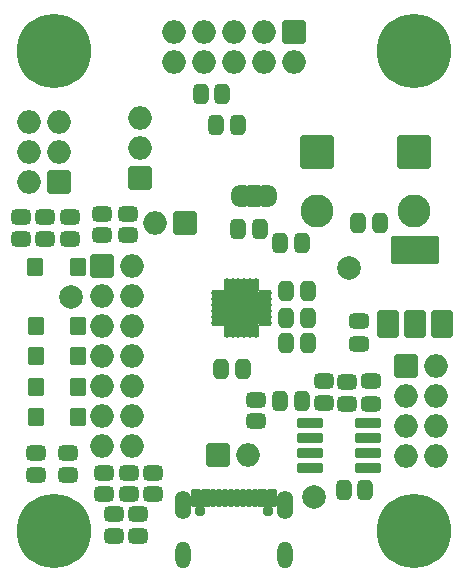
<source format=gbr>
%TF.GenerationSoftware,KiCad,Pcbnew,7.0.7-7.0.7~ubuntu23.04.1*%
%TF.CreationDate,2023-10-13T11:28:34+00:00*%
%TF.ProjectId,USBPDSINK01,55534250-4453-4494-9e4b-30312e6b6963,rev?*%
%TF.SameCoordinates,Original*%
%TF.FileFunction,Soldermask,Bot*%
%TF.FilePolarity,Negative*%
%FSLAX46Y46*%
G04 Gerber Fmt 4.6, Leading zero omitted, Abs format (unit mm)*
G04 Created by KiCad (PCBNEW 7.0.7-7.0.7~ubuntu23.04.1) date 2023-10-13 11:28:34*
%MOMM*%
%LPD*%
G01*
G04 APERTURE LIST*
G04 Aperture macros list*
%AMRoundRect*
0 Rectangle with rounded corners*
0 $1 Rounding radius*
0 $2 $3 $4 $5 $6 $7 $8 $9 X,Y pos of 4 corners*
0 Add a 4 corners polygon primitive as box body*
4,1,4,$2,$3,$4,$5,$6,$7,$8,$9,$2,$3,0*
0 Add four circle primitives for the rounded corners*
1,1,$1+$1,$2,$3*
1,1,$1+$1,$4,$5*
1,1,$1+$1,$6,$7*
1,1,$1+$1,$8,$9*
0 Add four rect primitives between the rounded corners*
20,1,$1+$1,$2,$3,$4,$5,0*
20,1,$1+$1,$4,$5,$6,$7,0*
20,1,$1+$1,$6,$7,$8,$9,0*
20,1,$1+$1,$8,$9,$2,$3,0*%
%AMFreePoly0*
4,1,37,0.625000,0.879904,0.679904,0.825000,0.700000,0.750000,0.700000,-0.750000,0.679904,-0.825000,0.625000,-0.879904,0.550000,-0.900000,0.000000,-0.900000,-0.018993,-0.894911,-0.071157,-0.894911,-0.113417,-0.888835,-0.249968,-0.848740,-0.288804,-0.831004,-0.408526,-0.754063,-0.440792,-0.726104,-0.533989,-0.618549,-0.557072,-0.582632,-0.616191,-0.453178,-0.628219,-0.412214,-0.648473,-0.271348,
-0.650000,-0.250000,-0.650000,0.250000,-0.648473,0.271348,-0.628219,0.412214,-0.616191,0.453178,-0.557072,0.582632,-0.533989,0.618549,-0.440792,0.726104,-0.408526,0.754063,-0.288804,0.831004,-0.249968,0.848740,-0.113417,0.888835,-0.071157,0.894911,-0.018993,0.894911,0.000000,0.900000,0.550000,0.900000,0.625000,0.879904,0.625000,0.879904,$1*%
%AMFreePoly1*
4,1,37,0.018993,0.894911,0.071157,0.894911,0.113417,0.888835,0.249968,0.848740,0.288804,0.831004,0.408526,0.754063,0.440792,0.726104,0.533989,0.618549,0.557072,0.582632,0.616191,0.453178,0.628219,0.412214,0.648473,0.271348,0.650000,0.250000,0.650000,-0.250000,0.648473,-0.271348,0.628219,-0.412214,0.616191,-0.453178,0.557072,-0.582632,0.533989,-0.618549,0.440792,-0.726104,
0.408526,-0.754063,0.288804,-0.831004,0.249968,-0.848740,0.113417,-0.888835,0.071157,-0.894911,0.018993,-0.894911,0.000000,-0.900000,-0.550000,-0.900000,-0.625000,-0.879904,-0.679904,-0.825000,-0.700000,-0.750000,-0.700000,0.750000,-0.679904,0.825000,-0.625000,0.879904,-0.550000,0.900000,0.000000,0.900000,0.018993,0.894911,0.018993,0.894911,$1*%
G04 Aperture macros list end*
%ADD10RoundRect,0.150000X-1.250000X1.250000X-1.250000X-1.250000X1.250000X-1.250000X1.250000X1.250000X0*%
%ADD11C,2.800000*%
%ADD12C,6.300000*%
%ADD13RoundRect,0.150000X-0.850000X0.850000X-0.850000X-0.850000X0.850000X-0.850000X0.850000X0.850000X0*%
%ADD14O,2.000000X2.000000*%
%ADD15RoundRect,0.150000X0.850000X0.850000X-0.850000X0.850000X-0.850000X-0.850000X0.850000X-0.850000X0*%
%ADD16RoundRect,0.150000X-0.850000X-0.850000X0.850000X-0.850000X0.850000X0.850000X-0.850000X0.850000X0*%
%ADD17RoundRect,0.216667X0.458333X0.583333X-0.458333X0.583333X-0.458333X-0.583333X0.458333X-0.583333X0*%
%ADD18RoundRect,0.216667X-0.458333X-0.583333X0.458333X-0.583333X0.458333X0.583333X-0.458333X0.583333X0*%
%ADD19RoundRect,0.400000X-0.262500X-0.450000X0.262500X-0.450000X0.262500X0.450000X-0.262500X0.450000X0*%
%ADD20RoundRect,0.400000X0.450000X-0.262500X0.450000X0.262500X-0.450000X0.262500X-0.450000X-0.262500X0*%
%ADD21C,0.950000*%
%ADD22RoundRect,0.150000X0.300000X0.575000X-0.300000X0.575000X-0.300000X-0.575000X0.300000X-0.575000X0*%
%ADD23RoundRect,0.150000X0.150000X0.575000X-0.150000X0.575000X-0.150000X-0.575000X0.150000X-0.575000X0*%
%ADD24O,1.300000X2.300000*%
%ADD25O,1.350000X2.400000*%
%ADD26RoundRect,0.400000X0.250000X0.475000X-0.250000X0.475000X-0.250000X-0.475000X0.250000X-0.475000X0*%
%ADD27RoundRect,0.400000X0.262500X0.450000X-0.262500X0.450000X-0.262500X-0.450000X0.262500X-0.450000X0*%
%ADD28C,2.000000*%
%ADD29RoundRect,0.400000X0.475000X-0.250000X0.475000X0.250000X-0.475000X0.250000X-0.475000X-0.250000X0*%
%ADD30RoundRect,0.300000X-0.825000X-0.150000X0.825000X-0.150000X0.825000X0.150000X-0.825000X0.150000X0*%
%ADD31RoundRect,0.400000X-0.250000X-0.475000X0.250000X-0.475000X0.250000X0.475000X-0.250000X0.475000X0*%
%ADD32RoundRect,0.150000X0.750000X-1.000000X0.750000X1.000000X-0.750000X1.000000X-0.750000X-1.000000X0*%
%ADD33RoundRect,0.150000X1.900000X-1.000000X1.900000X1.000000X-1.900000X1.000000X-1.900000X-1.000000X0*%
%ADD34RoundRect,0.400000X-0.450000X0.262500X-0.450000X-0.262500X0.450000X-0.262500X0.450000X0.262500X0*%
%ADD35RoundRect,0.212500X0.062500X-0.350000X0.062500X0.350000X-0.062500X0.350000X-0.062500X-0.350000X0*%
%ADD36RoundRect,0.212500X0.350000X-0.062500X0.350000X0.062500X-0.350000X0.062500X-0.350000X-0.062500X0*%
%ADD37RoundRect,0.150000X1.350000X-1.350000X1.350000X1.350000X-1.350000X1.350000X-1.350000X-1.350000X0*%
%ADD38FreePoly0,180.000000*%
%ADD39RoundRect,0.150000X0.500000X0.750000X-0.500000X0.750000X-0.500000X-0.750000X0.500000X-0.750000X0*%
%ADD40FreePoly1,180.000000*%
G04 APERTURE END LIST*
D10*
%TO.C,J7*%
X40600000Y42180000D03*
X32400000Y42180000D03*
D11*
X40600000Y37180000D03*
X32400000Y37180000D03*
%TD*%
D12*
%TO.C,M3*%
X10160000Y10160000D03*
%TD*%
D13*
%TO.C,J2*%
X30475000Y52380000D03*
D14*
X30475000Y49840000D03*
X27935000Y52380000D03*
X27935000Y49840000D03*
X25395000Y52380000D03*
X25395000Y49840000D03*
X22855000Y52380000D03*
X22855000Y49840000D03*
X20315000Y52380000D03*
X20315000Y49840000D03*
%TD*%
D15*
%TO.C,JP3*%
X17400000Y39980000D03*
D14*
X17400000Y42520000D03*
X17400000Y45060000D03*
%TD*%
D15*
%TO.C,J4*%
X10600000Y39655000D03*
D14*
X8060000Y39655000D03*
X10600000Y42195000D03*
X8060000Y42195000D03*
X10600000Y44735000D03*
X8060000Y44735000D03*
%TD*%
D16*
%TO.C,J5*%
X24000000Y16570000D03*
D14*
X26540000Y16570000D03*
%TD*%
D12*
%TO.C,M2*%
X40640000Y50800000D03*
%TD*%
%TO.C,M1*%
X10160000Y50800000D03*
%TD*%
D16*
%TO.C,J3*%
X40000000Y24100000D03*
D14*
X42540000Y24100000D03*
X40000000Y21560000D03*
X42540000Y21560000D03*
X40000000Y19020000D03*
X42540000Y19020000D03*
X40000000Y16480000D03*
X42540000Y16480000D03*
%TD*%
D16*
%TO.C,J6*%
X14255000Y32525000D03*
D14*
X16795000Y32525000D03*
X14255000Y29985000D03*
X16795000Y29985000D03*
X14255000Y27445000D03*
X16795000Y27445000D03*
X14255000Y24905000D03*
X16795000Y24905000D03*
X14255000Y22365000D03*
X16795000Y22365000D03*
X14255000Y19825000D03*
X16795000Y19825000D03*
X14255000Y17285000D03*
X16795000Y17285000D03*
%TD*%
D12*
%TO.C,M4*%
X40640000Y10160000D03*
%TD*%
D15*
%TO.C,JP1*%
X21240000Y36180000D03*
D14*
X18700000Y36180000D03*
%TD*%
D17*
%TO.C,D5*%
X12225000Y27480000D03*
D18*
X8625000Y27480000D03*
%TD*%
D19*
%TO.C,R10*%
X29287500Y21100000D03*
X31112500Y21100000D03*
%TD*%
D20*
%TO.C,R12*%
X33000000Y20987500D03*
X33000000Y22812500D03*
%TD*%
D21*
%TO.C,J1*%
X28290000Y11815000D03*
X22510000Y11815000D03*
D22*
X28600000Y12890000D03*
X27800000Y12890000D03*
D23*
X26650000Y12890000D03*
X25650000Y12890000D03*
X25150000Y12890000D03*
X24150000Y12890000D03*
D22*
X22200000Y12890000D03*
X23000000Y12890000D03*
D23*
X23650000Y12890000D03*
X24650000Y12890000D03*
X26150000Y12890000D03*
X27150000Y12890000D03*
D24*
X29720000Y8135000D03*
X21080000Y8135000D03*
D25*
X29720000Y12315000D03*
X21080000Y12315000D03*
%TD*%
D26*
%TO.C,C5*%
X37800000Y36230000D03*
X35900000Y36230000D03*
%TD*%
D27*
%TO.C,R8*%
X36525000Y13600000D03*
X34700000Y13600000D03*
%TD*%
%TO.C,R22*%
X31125000Y34480000D03*
X29300000Y34480000D03*
%TD*%
D28*
%TO.C,FID3*%
X35100000Y32380000D03*
%TD*%
D29*
%TO.C,C6*%
X36000000Y25980000D03*
X36000000Y27880000D03*
%TD*%
D30*
%TO.C,Q2*%
X31820000Y15460000D03*
X31820000Y16730000D03*
X31820000Y18000000D03*
X31820000Y19270000D03*
X36770000Y19270000D03*
X36770000Y18000000D03*
X36770000Y16730000D03*
X36770000Y15460000D03*
%TD*%
D31*
%TO.C,C2*%
X29800000Y30480000D03*
X31700000Y30480000D03*
%TD*%
D32*
%TO.C,U2*%
X43000000Y27630000D03*
X40700000Y27630000D03*
D33*
X40700000Y33930000D03*
D32*
X38400000Y27630000D03*
%TD*%
D26*
%TO.C,C8*%
X26200000Y23850000D03*
X24300000Y23850000D03*
%TD*%
D34*
%TO.C,R16*%
X14190000Y36975000D03*
X14190000Y35150000D03*
%TD*%
D20*
%TO.C,R9*%
X27300000Y19425000D03*
X27300000Y21250000D03*
%TD*%
D34*
%TO.C,R6*%
X11470000Y36715000D03*
X11470000Y34890000D03*
%TD*%
D31*
%TO.C,C1*%
X29800000Y26080000D03*
X31700000Y26080000D03*
%TD*%
D20*
%TO.C,R20*%
X16480000Y13230000D03*
X16480000Y15055000D03*
%TD*%
D34*
%TO.C,R18*%
X17310000Y11560000D03*
X17310000Y9735000D03*
%TD*%
D17*
%TO.C,D3*%
X12215000Y22346668D03*
D18*
X8615000Y22346668D03*
%TD*%
D28*
%TO.C,FID2*%
X32200000Y12980000D03*
%TD*%
D19*
%TO.C,R13*%
X23900000Y44500000D03*
X25725000Y44500000D03*
%TD*%
D17*
%TO.C,D2*%
X12225000Y24913334D03*
D18*
X8625000Y24913334D03*
%TD*%
D28*
%TO.C,FID1*%
X11600000Y29980000D03*
%TD*%
D20*
%TO.C,R3*%
X11300000Y14870000D03*
X11300000Y16695000D03*
%TD*%
D35*
%TO.C,U1*%
X27275000Y27062500D03*
X26775000Y27062500D03*
X26275000Y27062500D03*
X25775000Y27062500D03*
X25275000Y27062500D03*
X24775000Y27062500D03*
D36*
X24062500Y27775000D03*
X24062500Y28275000D03*
X24062500Y28775000D03*
X24062500Y29275000D03*
X24062500Y29775000D03*
X24062500Y30275000D03*
D35*
X24775000Y30987500D03*
X25275000Y30987500D03*
X25775000Y30987500D03*
X26275000Y30987500D03*
X26775000Y30987500D03*
X27275000Y30987500D03*
D36*
X27987500Y30275000D03*
X27987500Y29775000D03*
X27987500Y29275000D03*
X27987500Y28775000D03*
X27987500Y28275000D03*
X27987500Y27775000D03*
D37*
X26025000Y29025000D03*
%TD*%
D34*
%TO.C,R17*%
X15270000Y11570000D03*
X15270000Y9745000D03*
%TD*%
D17*
%TO.C,D1*%
X12190000Y32515000D03*
D18*
X8590000Y32515000D03*
%TD*%
D34*
%TO.C,R15*%
X16380000Y36972500D03*
X16380000Y35147500D03*
%TD*%
D17*
%TO.C,D4*%
X12200000Y19780000D03*
D18*
X8600000Y19780000D03*
%TD*%
D34*
%TO.C,R7*%
X7370000Y36702500D03*
X7370000Y34877500D03*
%TD*%
%TO.C,R5*%
X9420000Y36702500D03*
X9420000Y34877500D03*
%TD*%
D31*
%TO.C,C7*%
X29800000Y28190000D03*
X31700000Y28190000D03*
%TD*%
D38*
%TO.C,JP2*%
X28400000Y38522500D03*
D39*
X27100000Y38522500D03*
D40*
X25800000Y38522500D03*
%TD*%
D20*
%TO.C,R21*%
X14410000Y13230000D03*
X14410000Y15055000D03*
%TD*%
D29*
%TO.C,C4*%
X37000000Y20900000D03*
X37000000Y22800000D03*
%TD*%
D27*
%TO.C,R14*%
X24412500Y47100000D03*
X22587500Y47100000D03*
%TD*%
%TO.C,R1*%
X27575000Y35680000D03*
X25750000Y35680000D03*
%TD*%
D20*
%TO.C,R4*%
X8600000Y14900000D03*
X8600000Y16725000D03*
%TD*%
D34*
%TO.C,R11*%
X35000000Y22725000D03*
X35000000Y20900000D03*
%TD*%
D20*
%TO.C,R19*%
X18570000Y13225000D03*
X18570000Y15050000D03*
%TD*%
M02*

</source>
